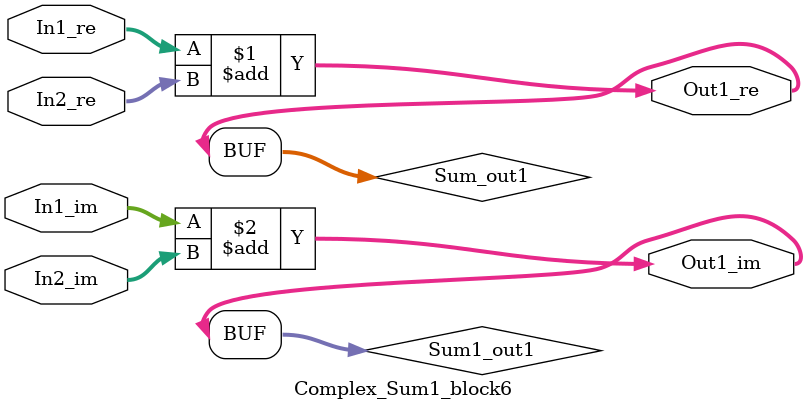
<source format=v>



`timescale 1 ns / 1 ns

module Complex_Sum1_block6
          (In1_re,
           In1_im,
           In2_re,
           In2_im,
           Out1_re,
           Out1_im);


  input   signed [36:0] In1_re;  // sfix37_En22
  input   signed [36:0] In1_im;  // sfix37_En22
  input   signed [36:0] In2_re;  // sfix37_En22
  input   signed [36:0] In2_im;  // sfix37_En22
  output  signed [36:0] Out1_re;  // sfix37_En22
  output  signed [36:0] Out1_im;  // sfix37_En22


  wire signed [36:0] Sum_out1;  // sfix37_En22
  wire signed [36:0] Sum1_out1;  // sfix37_En22


  assign Sum_out1 = In1_re + In2_re;



  assign Out1_re = Sum_out1;

  assign Sum1_out1 = In1_im + In2_im;



  assign Out1_im = Sum1_out1;

endmodule  // Complex_Sum1_block6


</source>
